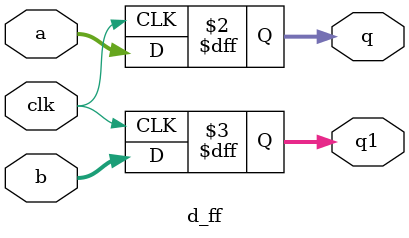
<source format=v>
module d_ff (a,b, clk, q,q1);
   input [63:0]a;
   input [63:0]b;
   //input [63:0]c;
   input clk;
   output [63:0]q;
   output  [63:0]q1;	
  // output [63:0]q63;
   wire clk;
   reg [63:0]q;
   reg  [63:0]q1;
   //reg [63:0]q63;
   always @ (posedge clk)
   begin
    q <= a;
    q1<=b;
    //q63 <= c;
 end

endmodule
</source>
